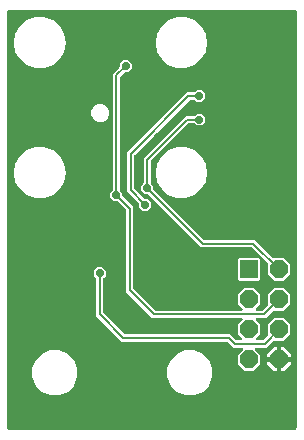
<source format=gbr>
G04 EAGLE Gerber RS-274X export*
G75*
%MOMM*%
%FSLAX34Y34*%
%LPD*%
%INBottom Copper*%
%IPPOS*%
%AMOC8*
5,1,8,0,0,1.08239X$1,22.5*%
G01*
%ADD10R,1.524000X1.524000*%
%ADD11P,1.649562X8X292.500000*%
%ADD12P,0.654629X8X22.500000*%
%ADD13C,0.203200*%

G36*
X246502Y2549D02*
X246502Y2549D01*
X246560Y2547D01*
X246642Y2569D01*
X246726Y2581D01*
X246779Y2604D01*
X246835Y2619D01*
X246908Y2662D01*
X246985Y2697D01*
X247030Y2735D01*
X247080Y2764D01*
X247138Y2826D01*
X247202Y2880D01*
X247234Y2929D01*
X247274Y2972D01*
X247313Y3047D01*
X247360Y3117D01*
X247377Y3173D01*
X247404Y3225D01*
X247415Y3293D01*
X247445Y3388D01*
X247448Y3488D01*
X247459Y3556D01*
X247459Y356444D01*
X247451Y356502D01*
X247453Y356560D01*
X247431Y356642D01*
X247419Y356726D01*
X247396Y356779D01*
X247381Y356835D01*
X247338Y356908D01*
X247303Y356985D01*
X247265Y357030D01*
X247236Y357080D01*
X247174Y357138D01*
X247120Y357202D01*
X247071Y357234D01*
X247028Y357274D01*
X246953Y357313D01*
X246883Y357360D01*
X246827Y357377D01*
X246775Y357404D01*
X246707Y357415D01*
X246612Y357445D01*
X246512Y357448D01*
X246444Y357459D01*
X3556Y357459D01*
X3498Y357451D01*
X3440Y357453D01*
X3358Y357431D01*
X3274Y357419D01*
X3221Y357396D01*
X3165Y357381D01*
X3092Y357338D01*
X3015Y357303D01*
X2970Y357265D01*
X2920Y357236D01*
X2862Y357174D01*
X2798Y357120D01*
X2766Y357071D01*
X2726Y357028D01*
X2687Y356953D01*
X2640Y356883D01*
X2623Y356827D01*
X2596Y356775D01*
X2585Y356707D01*
X2555Y356612D01*
X2552Y356512D01*
X2541Y356444D01*
X2541Y3556D01*
X2549Y3498D01*
X2547Y3440D01*
X2569Y3358D01*
X2581Y3274D01*
X2604Y3221D01*
X2619Y3165D01*
X2662Y3092D01*
X2697Y3015D01*
X2735Y2970D01*
X2764Y2920D01*
X2826Y2862D01*
X2880Y2798D01*
X2929Y2766D01*
X2972Y2726D01*
X3047Y2687D01*
X3117Y2640D01*
X3173Y2623D01*
X3225Y2596D01*
X3293Y2585D01*
X3388Y2555D01*
X3488Y2552D01*
X3556Y2541D01*
X246444Y2541D01*
X246502Y2549D01*
G37*
%LPC*%
G36*
X203302Y52247D02*
X203302Y52247D01*
X197647Y57902D01*
X197647Y65898D01*
X201967Y70218D01*
X201985Y70242D01*
X202007Y70261D01*
X202070Y70355D01*
X202138Y70445D01*
X202148Y70473D01*
X202165Y70497D01*
X202199Y70605D01*
X202239Y70711D01*
X202242Y70740D01*
X202251Y70768D01*
X202253Y70882D01*
X202263Y70994D01*
X202257Y71023D01*
X202258Y71052D01*
X202229Y71162D01*
X202207Y71273D01*
X202193Y71299D01*
X202186Y71327D01*
X202128Y71425D01*
X202076Y71525D01*
X202056Y71547D01*
X202041Y71572D01*
X201958Y71649D01*
X201880Y71731D01*
X201855Y71746D01*
X201833Y71766D01*
X201733Y71818D01*
X201635Y71875D01*
X201606Y71882D01*
X201580Y71896D01*
X201503Y71909D01*
X201359Y71945D01*
X201297Y71943D01*
X201249Y71951D01*
X193737Y71951D01*
X191654Y74034D01*
X191654Y74035D01*
X189035Y76654D01*
X188965Y76706D01*
X188901Y76766D01*
X188851Y76792D01*
X188807Y76825D01*
X188726Y76856D01*
X188648Y76896D01*
X188600Y76904D01*
X188542Y76926D01*
X188394Y76938D01*
X188317Y76951D01*
X99710Y76951D01*
X77901Y98760D01*
X77901Y130477D01*
X77893Y130533D01*
X77895Y130579D01*
X77888Y130605D01*
X77886Y130651D01*
X77869Y130704D01*
X77861Y130758D01*
X77828Y130832D01*
X77823Y130854D01*
X77818Y130861D01*
X77799Y130921D01*
X77771Y130961D01*
X77745Y131018D01*
X77678Y131097D01*
X77678Y131098D01*
X77676Y131099D01*
X77649Y131131D01*
X77604Y131195D01*
X75893Y132905D01*
X75893Y137095D01*
X78855Y140057D01*
X83045Y140057D01*
X86007Y137095D01*
X86007Y132905D01*
X84296Y131195D01*
X84244Y131125D01*
X84184Y131061D01*
X84158Y131012D01*
X84125Y130968D01*
X84102Y130906D01*
X84098Y130901D01*
X84093Y130884D01*
X84054Y130808D01*
X84046Y130760D01*
X84024Y130702D01*
X84020Y130653D01*
X84013Y130630D01*
X84011Y130548D01*
X83999Y130477D01*
X83999Y101706D01*
X84011Y101619D01*
X84014Y101532D01*
X84031Y101479D01*
X84039Y101424D01*
X84074Y101345D01*
X84101Y101261D01*
X84129Y101222D01*
X84155Y101165D01*
X84251Y101052D01*
X84296Y100988D01*
X101938Y83346D01*
X102008Y83294D01*
X102072Y83234D01*
X102121Y83208D01*
X102165Y83175D01*
X102247Y83144D01*
X102325Y83104D01*
X102372Y83096D01*
X102431Y83074D01*
X102579Y83062D01*
X102656Y83049D01*
X191263Y83049D01*
X195965Y78346D01*
X196035Y78294D01*
X196099Y78234D01*
X196148Y78208D01*
X196193Y78175D01*
X196274Y78144D01*
X196352Y78104D01*
X196400Y78096D01*
X196458Y78074D01*
X196606Y78062D01*
X196683Y78049D01*
X200449Y78049D01*
X200478Y78053D01*
X200508Y78050D01*
X200619Y78073D01*
X200731Y78089D01*
X200757Y78101D01*
X200786Y78106D01*
X200887Y78158D01*
X200990Y78205D01*
X201013Y78224D01*
X201039Y78237D01*
X201121Y78315D01*
X201207Y78388D01*
X201223Y78413D01*
X201245Y78433D01*
X201302Y78531D01*
X201365Y78625D01*
X201374Y78653D01*
X201388Y78678D01*
X201416Y78788D01*
X201451Y78896D01*
X201451Y78926D01*
X201458Y78954D01*
X201455Y79067D01*
X201458Y79180D01*
X201450Y79209D01*
X201449Y79238D01*
X201415Y79346D01*
X201386Y79455D01*
X201371Y79481D01*
X201362Y79509D01*
X201316Y79572D01*
X201241Y79700D01*
X201195Y79743D01*
X201167Y79782D01*
X197647Y83302D01*
X197647Y91298D01*
X201567Y95218D01*
X201585Y95242D01*
X201607Y95261D01*
X201670Y95355D01*
X201738Y95445D01*
X201748Y95473D01*
X201765Y95497D01*
X201799Y95605D01*
X201839Y95711D01*
X201842Y95740D01*
X201851Y95768D01*
X201853Y95882D01*
X201863Y95994D01*
X201857Y96023D01*
X201858Y96052D01*
X201829Y96162D01*
X201807Y96273D01*
X201793Y96299D01*
X201786Y96327D01*
X201728Y96425D01*
X201676Y96525D01*
X201656Y96547D01*
X201641Y96572D01*
X201558Y96649D01*
X201480Y96731D01*
X201455Y96746D01*
X201433Y96766D01*
X201333Y96818D01*
X201235Y96875D01*
X201206Y96882D01*
X201180Y96896D01*
X201103Y96909D01*
X200959Y96945D01*
X200897Y96943D01*
X200849Y96951D01*
X125417Y96951D01*
X103301Y119067D01*
X103301Y187967D01*
X103289Y188053D01*
X103286Y188141D01*
X103269Y188193D01*
X103261Y188248D01*
X103226Y188328D01*
X103199Y188411D01*
X103171Y188450D01*
X103145Y188508D01*
X103049Y188621D01*
X103004Y188685D01*
X96043Y195646D01*
X95973Y195698D01*
X95909Y195758D01*
X95859Y195784D01*
X95815Y195817D01*
X95734Y195848D01*
X95656Y195888D01*
X95608Y195896D01*
X95550Y195918D01*
X95402Y195930D01*
X95325Y195943D01*
X92905Y195943D01*
X89943Y198905D01*
X89943Y203095D01*
X91654Y204805D01*
X91706Y204875D01*
X91766Y204939D01*
X91792Y204988D01*
X91825Y205032D01*
X91856Y205114D01*
X91896Y205192D01*
X91904Y205240D01*
X91926Y205298D01*
X91936Y205419D01*
X91937Y205423D01*
X91938Y205438D01*
X91938Y205446D01*
X91951Y205523D01*
X91951Y303563D01*
X97346Y308957D01*
X97398Y309027D01*
X97458Y309091D01*
X97484Y309141D01*
X97517Y309185D01*
X97548Y309266D01*
X97588Y309344D01*
X97596Y309392D01*
X97618Y309450D01*
X97630Y309598D01*
X97643Y309675D01*
X97643Y312095D01*
X100605Y315057D01*
X104795Y315057D01*
X107757Y312095D01*
X107757Y307905D01*
X104795Y304943D01*
X102375Y304943D01*
X102289Y304931D01*
X102201Y304928D01*
X102149Y304911D01*
X102094Y304903D01*
X102014Y304868D01*
X101931Y304841D01*
X101892Y304813D01*
X101834Y304787D01*
X101721Y304691D01*
X101657Y304646D01*
X98346Y301335D01*
X98294Y301265D01*
X98234Y301201D01*
X98208Y301151D01*
X98175Y301107D01*
X98144Y301026D01*
X98104Y300948D01*
X98096Y300900D01*
X98074Y300842D01*
X98062Y300694D01*
X98049Y300617D01*
X98049Y205523D01*
X98055Y205476D01*
X98055Y205474D01*
X98056Y205473D01*
X98061Y205436D01*
X98064Y205349D01*
X98081Y205296D01*
X98089Y205242D01*
X98124Y205162D01*
X98151Y205079D01*
X98179Y205039D01*
X98205Y204982D01*
X98301Y204869D01*
X98346Y204805D01*
X100057Y203095D01*
X100057Y200675D01*
X100069Y200589D01*
X100072Y200501D01*
X100089Y200449D01*
X100097Y200394D01*
X100132Y200314D01*
X100159Y200231D01*
X100187Y200192D01*
X100213Y200134D01*
X100309Y200021D01*
X100354Y199957D01*
X109399Y190913D01*
X109399Y122014D01*
X109411Y121927D01*
X109414Y121840D01*
X109431Y121787D01*
X109439Y121732D01*
X109474Y121652D01*
X109501Y121569D01*
X109529Y121530D01*
X109555Y121473D01*
X109651Y121359D01*
X109696Y121296D01*
X127646Y103346D01*
X127716Y103294D01*
X127779Y103234D01*
X127829Y103208D01*
X127873Y103175D01*
X127955Y103144D01*
X128033Y103104D01*
X128080Y103096D01*
X128139Y103074D01*
X128286Y103062D01*
X128364Y103049D01*
X200849Y103049D01*
X200878Y103053D01*
X200908Y103050D01*
X201019Y103073D01*
X201131Y103089D01*
X201157Y103101D01*
X201186Y103106D01*
X201287Y103158D01*
X201390Y103205D01*
X201413Y103224D01*
X201439Y103237D01*
X201521Y103315D01*
X201607Y103388D01*
X201623Y103413D01*
X201645Y103433D01*
X201702Y103531D01*
X201765Y103625D01*
X201774Y103653D01*
X201788Y103678D01*
X201816Y103788D01*
X201851Y103896D01*
X201851Y103926D01*
X201858Y103954D01*
X201855Y104067D01*
X201858Y104180D01*
X201850Y104209D01*
X201849Y104238D01*
X201815Y104346D01*
X201786Y104455D01*
X201771Y104481D01*
X201762Y104509D01*
X201716Y104572D01*
X201641Y104700D01*
X201639Y104701D01*
X201639Y104702D01*
X201595Y104743D01*
X201567Y104782D01*
X197647Y108702D01*
X197647Y116698D01*
X203302Y122353D01*
X211298Y122353D01*
X216953Y116698D01*
X216953Y108702D01*
X213033Y104782D01*
X213016Y104759D01*
X212995Y104741D01*
X212994Y104741D01*
X212993Y104739D01*
X212930Y104645D01*
X212862Y104555D01*
X212852Y104527D01*
X212835Y104503D01*
X212801Y104395D01*
X212761Y104289D01*
X212758Y104260D01*
X212749Y104232D01*
X212747Y104118D01*
X212737Y104006D01*
X212743Y103977D01*
X212742Y103948D01*
X212771Y103838D01*
X212793Y103727D01*
X212807Y103701D01*
X212814Y103673D01*
X212872Y103575D01*
X212924Y103475D01*
X212944Y103453D01*
X212959Y103428D01*
X213042Y103351D01*
X213120Y103269D01*
X213145Y103254D01*
X213167Y103234D01*
X213267Y103182D01*
X213365Y103125D01*
X213394Y103118D01*
X213420Y103104D01*
X213497Y103091D01*
X213641Y103055D01*
X213703Y103057D01*
X213751Y103049D01*
X218317Y103049D01*
X218403Y103061D01*
X218491Y103064D01*
X218543Y103081D01*
X218598Y103089D01*
X218678Y103124D01*
X218761Y103151D01*
X218800Y103179D01*
X218858Y103205D01*
X218971Y103301D01*
X219035Y103346D01*
X223001Y107312D01*
X223036Y107359D01*
X223078Y107399D01*
X223121Y107472D01*
X223172Y107540D01*
X223193Y107594D01*
X223222Y107645D01*
X223243Y107726D01*
X223273Y107805D01*
X223278Y107863D01*
X223292Y107920D01*
X223290Y108005D01*
X223297Y108089D01*
X223285Y108146D01*
X223283Y108204D01*
X223257Y108285D01*
X223241Y108367D01*
X223214Y108419D01*
X223196Y108475D01*
X223156Y108531D01*
X223110Y108620D01*
X223047Y108685D01*
X223047Y116698D01*
X228702Y122353D01*
X236698Y122353D01*
X242353Y116698D01*
X242353Y108702D01*
X236698Y103047D01*
X228691Y103047D01*
X228661Y103078D01*
X228588Y103121D01*
X228521Y103172D01*
X228466Y103193D01*
X228416Y103222D01*
X228334Y103243D01*
X228255Y103273D01*
X228197Y103278D01*
X228140Y103292D01*
X228056Y103290D01*
X227972Y103297D01*
X227915Y103285D01*
X227856Y103283D01*
X227776Y103257D01*
X227693Y103241D01*
X227641Y103214D01*
X227586Y103196D01*
X227530Y103156D01*
X227441Y103110D01*
X227369Y103041D01*
X227312Y103001D01*
X223346Y99035D01*
X223346Y99034D01*
X221263Y96951D01*
X213751Y96951D01*
X213722Y96947D01*
X213692Y96950D01*
X213581Y96927D01*
X213469Y96911D01*
X213443Y96899D01*
X213414Y96894D01*
X213313Y96842D01*
X213210Y96795D01*
X213187Y96776D01*
X213161Y96763D01*
X213079Y96685D01*
X212993Y96612D01*
X212977Y96587D01*
X212955Y96567D01*
X212898Y96469D01*
X212835Y96375D01*
X212826Y96347D01*
X212812Y96322D01*
X212784Y96212D01*
X212749Y96104D01*
X212749Y96074D01*
X212742Y96046D01*
X212745Y95933D01*
X212742Y95820D01*
X212750Y95791D01*
X212751Y95762D01*
X212785Y95654D01*
X212814Y95545D01*
X212829Y95519D01*
X212838Y95491D01*
X212884Y95428D01*
X212959Y95300D01*
X213005Y95257D01*
X213033Y95218D01*
X216953Y91298D01*
X216953Y83302D01*
X213433Y79782D01*
X213415Y79758D01*
X213393Y79739D01*
X213330Y79645D01*
X213262Y79555D01*
X213252Y79527D01*
X213235Y79503D01*
X213201Y79395D01*
X213161Y79289D01*
X213158Y79260D01*
X213149Y79232D01*
X213147Y79118D01*
X213137Y79006D01*
X213143Y78977D01*
X213142Y78948D01*
X213171Y78838D01*
X213193Y78727D01*
X213207Y78701D01*
X213214Y78673D01*
X213272Y78575D01*
X213324Y78475D01*
X213344Y78453D01*
X213359Y78428D01*
X213442Y78351D01*
X213520Y78269D01*
X213545Y78254D01*
X213567Y78234D01*
X213667Y78182D01*
X213765Y78125D01*
X213794Y78118D01*
X213820Y78104D01*
X213897Y78091D01*
X214041Y78055D01*
X214103Y78057D01*
X214151Y78049D01*
X218717Y78049D01*
X218803Y78061D01*
X218891Y78064D01*
X218943Y78081D01*
X218998Y78089D01*
X219078Y78124D01*
X219161Y78151D01*
X219200Y78179D01*
X219258Y78205D01*
X219371Y78301D01*
X219435Y78346D01*
X223001Y81912D01*
X223036Y81959D01*
X223078Y81999D01*
X223121Y82072D01*
X223172Y82140D01*
X223193Y82194D01*
X223222Y82245D01*
X223243Y82326D01*
X223273Y82405D01*
X223278Y82463D01*
X223292Y82520D01*
X223290Y82605D01*
X223297Y82689D01*
X223285Y82746D01*
X223283Y82804D01*
X223257Y82885D01*
X223241Y82967D01*
X223214Y83019D01*
X223196Y83075D01*
X223156Y83131D01*
X223110Y83220D01*
X223047Y83285D01*
X223047Y91298D01*
X228702Y96953D01*
X236698Y96953D01*
X242353Y91298D01*
X242353Y83302D01*
X236698Y77647D01*
X228691Y77647D01*
X228661Y77678D01*
X228588Y77721D01*
X228521Y77772D01*
X228466Y77793D01*
X228416Y77822D01*
X228334Y77843D01*
X228255Y77873D01*
X228197Y77878D01*
X228140Y77892D01*
X228056Y77890D01*
X227972Y77897D01*
X227915Y77885D01*
X227856Y77883D01*
X227776Y77857D01*
X227693Y77841D01*
X227641Y77814D01*
X227586Y77796D01*
X227530Y77756D01*
X227441Y77710D01*
X227369Y77641D01*
X227312Y77601D01*
X221663Y71951D01*
X213351Y71951D01*
X213322Y71947D01*
X213292Y71950D01*
X213181Y71927D01*
X213069Y71911D01*
X213043Y71899D01*
X213014Y71894D01*
X212913Y71842D01*
X212810Y71795D01*
X212787Y71776D01*
X212761Y71763D01*
X212679Y71685D01*
X212593Y71612D01*
X212577Y71587D01*
X212555Y71567D01*
X212498Y71469D01*
X212435Y71375D01*
X212426Y71347D01*
X212412Y71322D01*
X212384Y71212D01*
X212349Y71104D01*
X212349Y71074D01*
X212342Y71046D01*
X212345Y70933D01*
X212342Y70820D01*
X212350Y70791D01*
X212351Y70762D01*
X212385Y70654D01*
X212414Y70545D01*
X212429Y70519D01*
X212438Y70491D01*
X212484Y70428D01*
X212559Y70300D01*
X212605Y70257D01*
X212633Y70218D01*
X216953Y65898D01*
X216953Y57902D01*
X211298Y52247D01*
X203302Y52247D01*
G37*
%LPD*%
%LPC*%
G36*
X228702Y128447D02*
X228702Y128447D01*
X223047Y134102D01*
X223047Y142109D01*
X223078Y142139D01*
X223121Y142212D01*
X223172Y142279D01*
X223193Y142334D01*
X223222Y142384D01*
X223243Y142466D01*
X223273Y142545D01*
X223278Y142603D01*
X223292Y142660D01*
X223290Y142744D01*
X223297Y142828D01*
X223285Y142885D01*
X223283Y142944D01*
X223257Y143024D01*
X223241Y143107D01*
X223214Y143159D01*
X223196Y143214D01*
X223156Y143270D01*
X223110Y143359D01*
X223041Y143431D01*
X223001Y143488D01*
X209835Y156654D01*
X209765Y156706D01*
X209701Y156766D01*
X209651Y156792D01*
X209607Y156825D01*
X209526Y156856D01*
X209448Y156896D01*
X209400Y156904D01*
X209342Y156926D01*
X209194Y156938D01*
X209117Y156951D01*
X166737Y156951D01*
X122043Y201646D01*
X121973Y201698D01*
X121909Y201758D01*
X121859Y201784D01*
X121815Y201817D01*
X121734Y201848D01*
X121656Y201888D01*
X121608Y201896D01*
X121550Y201918D01*
X121402Y201930D01*
X121325Y201943D01*
X118905Y201943D01*
X115943Y204905D01*
X115943Y209095D01*
X117654Y210805D01*
X117706Y210875D01*
X117766Y210939D01*
X117792Y210988D01*
X117825Y211032D01*
X117856Y211114D01*
X117896Y211192D01*
X117904Y211240D01*
X117926Y211298D01*
X117938Y211446D01*
X117951Y211523D01*
X117951Y232263D01*
X153737Y268049D01*
X160477Y268049D01*
X160564Y268061D01*
X160651Y268064D01*
X160704Y268081D01*
X160758Y268089D01*
X160838Y268124D01*
X160921Y268151D01*
X160961Y268179D01*
X161018Y268205D01*
X161131Y268301D01*
X161195Y268346D01*
X162905Y270057D01*
X167095Y270057D01*
X170057Y267095D01*
X170057Y262905D01*
X167095Y259943D01*
X162905Y259943D01*
X161195Y261654D01*
X161125Y261706D01*
X161061Y261766D01*
X161012Y261792D01*
X160968Y261825D01*
X160886Y261856D01*
X160808Y261896D01*
X160760Y261904D01*
X160702Y261926D01*
X160554Y261938D01*
X160477Y261951D01*
X156683Y261951D01*
X156597Y261939D01*
X156509Y261936D01*
X156457Y261919D01*
X156402Y261911D01*
X156322Y261876D01*
X156239Y261849D01*
X156200Y261821D01*
X156142Y261795D01*
X156029Y261699D01*
X155965Y261654D01*
X124346Y230035D01*
X124294Y229965D01*
X124234Y229901D01*
X124208Y229851D01*
X124175Y229807D01*
X124144Y229726D01*
X124104Y229648D01*
X124096Y229600D01*
X124074Y229542D01*
X124062Y229394D01*
X124049Y229317D01*
X124049Y211523D01*
X124061Y211436D01*
X124064Y211349D01*
X124081Y211296D01*
X124089Y211242D01*
X124124Y211162D01*
X124151Y211079D01*
X124179Y211039D01*
X124205Y210982D01*
X124301Y210869D01*
X124346Y210805D01*
X126057Y209095D01*
X126057Y206675D01*
X126069Y206589D01*
X126072Y206501D01*
X126089Y206449D01*
X126097Y206394D01*
X126132Y206314D01*
X126159Y206231D01*
X126187Y206192D01*
X126213Y206134D01*
X126309Y206021D01*
X126354Y205957D01*
X168965Y163346D01*
X169035Y163294D01*
X169099Y163234D01*
X169149Y163208D01*
X169193Y163175D01*
X169274Y163144D01*
X169352Y163104D01*
X169400Y163096D01*
X169458Y163074D01*
X169606Y163062D01*
X169683Y163049D01*
X212063Y163049D01*
X214146Y160966D01*
X214146Y160965D01*
X227312Y147799D01*
X227359Y147764D01*
X227399Y147722D01*
X227472Y147679D01*
X227540Y147628D01*
X227594Y147607D01*
X227645Y147578D01*
X227726Y147557D01*
X227805Y147527D01*
X227863Y147522D01*
X227920Y147508D01*
X228005Y147510D01*
X228089Y147503D01*
X228146Y147515D01*
X228204Y147517D01*
X228285Y147543D01*
X228367Y147559D01*
X228419Y147586D01*
X228475Y147604D01*
X228531Y147644D01*
X228620Y147690D01*
X228685Y147753D01*
X236698Y147753D01*
X242353Y142098D01*
X242353Y134102D01*
X236698Y128447D01*
X228702Y128447D01*
G37*
%LPD*%
%LPC*%
G36*
X146193Y308409D02*
X146193Y308409D01*
X139038Y311013D01*
X133205Y315908D01*
X129398Y322502D01*
X128076Y330000D01*
X129398Y337498D01*
X133205Y344092D01*
X139038Y348987D01*
X146193Y351591D01*
X153807Y351591D01*
X160962Y348987D01*
X166795Y344092D01*
X170602Y337498D01*
X171924Y330000D01*
X170602Y322502D01*
X166795Y315908D01*
X160962Y311013D01*
X153807Y308409D01*
X146193Y308409D01*
G37*
%LPD*%
%LPC*%
G36*
X146193Y198409D02*
X146193Y198409D01*
X139038Y201013D01*
X133205Y205908D01*
X129398Y212502D01*
X128076Y220000D01*
X129398Y227498D01*
X133205Y234092D01*
X139038Y238987D01*
X146193Y241591D01*
X153807Y241591D01*
X160962Y238987D01*
X166795Y234092D01*
X170602Y227498D01*
X171924Y220000D01*
X170602Y212502D01*
X166795Y205908D01*
X160962Y201013D01*
X153807Y198409D01*
X146193Y198409D01*
G37*
%LPD*%
%LPC*%
G36*
X26193Y308409D02*
X26193Y308409D01*
X19038Y311013D01*
X13205Y315908D01*
X9398Y322502D01*
X8076Y330000D01*
X9398Y337498D01*
X13205Y344092D01*
X19038Y348987D01*
X26193Y351591D01*
X33807Y351591D01*
X40962Y348987D01*
X46795Y344092D01*
X50602Y337498D01*
X51924Y330000D01*
X50602Y322502D01*
X46795Y315908D01*
X40962Y311013D01*
X33807Y308409D01*
X26193Y308409D01*
G37*
%LPD*%
%LPC*%
G36*
X26193Y198409D02*
X26193Y198409D01*
X19038Y201013D01*
X13205Y205908D01*
X9398Y212502D01*
X8076Y220000D01*
X9398Y227498D01*
X13205Y234092D01*
X19038Y238987D01*
X26193Y241591D01*
X33807Y241591D01*
X40962Y238987D01*
X46795Y234092D01*
X50602Y227498D01*
X51924Y220000D01*
X50602Y212502D01*
X46795Y205908D01*
X40962Y201013D01*
X33807Y198409D01*
X26193Y198409D01*
G37*
%LPD*%
%LPC*%
G36*
X153363Y31459D02*
X153363Y31459D01*
X146364Y34358D01*
X141008Y39714D01*
X138109Y46713D01*
X138109Y54287D01*
X141008Y61286D01*
X146364Y66642D01*
X153363Y69541D01*
X160937Y69541D01*
X167936Y66642D01*
X173292Y61286D01*
X176191Y54287D01*
X176191Y46713D01*
X173292Y39714D01*
X167936Y34358D01*
X160937Y31459D01*
X153363Y31459D01*
G37*
%LPD*%
%LPC*%
G36*
X39063Y31459D02*
X39063Y31459D01*
X32064Y34358D01*
X26708Y39714D01*
X23809Y46713D01*
X23809Y54287D01*
X26708Y61286D01*
X32064Y66642D01*
X39063Y69541D01*
X46637Y69541D01*
X53636Y66642D01*
X58992Y61286D01*
X61891Y54287D01*
X61891Y46713D01*
X58992Y39714D01*
X53636Y34358D01*
X46637Y31459D01*
X39063Y31459D01*
G37*
%LPD*%
%LPC*%
G36*
X116955Y187893D02*
X116955Y187893D01*
X113993Y190855D01*
X113993Y193275D01*
X113981Y193361D01*
X113978Y193449D01*
X113961Y193501D01*
X113953Y193556D01*
X113918Y193636D01*
X113891Y193719D01*
X113863Y193758D01*
X113837Y193816D01*
X113741Y193929D01*
X113696Y193993D01*
X103951Y203737D01*
X103951Y237263D01*
X154737Y288049D01*
X160477Y288049D01*
X160564Y288061D01*
X160651Y288064D01*
X160704Y288081D01*
X160758Y288089D01*
X160838Y288124D01*
X160921Y288151D01*
X160961Y288179D01*
X161018Y288205D01*
X161131Y288301D01*
X161195Y288346D01*
X162905Y290057D01*
X167095Y290057D01*
X170057Y287095D01*
X170057Y282905D01*
X167095Y279943D01*
X162905Y279943D01*
X161195Y281654D01*
X161125Y281706D01*
X161061Y281766D01*
X161012Y281792D01*
X160968Y281825D01*
X160886Y281856D01*
X160808Y281896D01*
X160760Y281904D01*
X160702Y281926D01*
X160554Y281938D01*
X160477Y281951D01*
X157683Y281951D01*
X157597Y281939D01*
X157509Y281936D01*
X157457Y281919D01*
X157402Y281911D01*
X157322Y281876D01*
X157239Y281849D01*
X157200Y281821D01*
X157142Y281795D01*
X157029Y281699D01*
X156965Y281654D01*
X110346Y235035D01*
X110294Y234965D01*
X110234Y234901D01*
X110208Y234851D01*
X110175Y234807D01*
X110144Y234726D01*
X110104Y234648D01*
X110096Y234600D01*
X110074Y234542D01*
X110062Y234394D01*
X110049Y234317D01*
X110049Y206683D01*
X110061Y206597D01*
X110064Y206509D01*
X110081Y206457D01*
X110089Y206402D01*
X110124Y206322D01*
X110151Y206239D01*
X110179Y206200D01*
X110205Y206142D01*
X110301Y206029D01*
X110346Y205965D01*
X118007Y198304D01*
X118077Y198252D01*
X118141Y198192D01*
X118191Y198166D01*
X118235Y198133D01*
X118316Y198102D01*
X118394Y198062D01*
X118442Y198054D01*
X118500Y198032D01*
X118648Y198020D01*
X118725Y198007D01*
X121145Y198007D01*
X124107Y195045D01*
X124107Y190855D01*
X121145Y187893D01*
X116955Y187893D01*
G37*
%LPD*%
%LPC*%
G36*
X198838Y128447D02*
X198838Y128447D01*
X197647Y129638D01*
X197647Y146562D01*
X198838Y147753D01*
X215762Y147753D01*
X216953Y146562D01*
X216953Y129638D01*
X215762Y128447D01*
X198838Y128447D01*
G37*
%LPD*%
%LPC*%
G36*
X79900Y262959D02*
X79900Y262959D01*
X77128Y264107D01*
X75007Y266228D01*
X73859Y269000D01*
X73859Y272000D01*
X75007Y274772D01*
X77128Y276893D01*
X79900Y278041D01*
X82900Y278041D01*
X85672Y276893D01*
X87793Y274772D01*
X88941Y272000D01*
X88941Y269000D01*
X87793Y266228D01*
X85672Y264107D01*
X82900Y262959D01*
X79900Y262959D01*
G37*
%LPD*%
%LPC*%
G36*
X234731Y63931D02*
X234731Y63931D01*
X234731Y72061D01*
X236909Y72061D01*
X242861Y66109D01*
X242861Y63931D01*
X234731Y63931D01*
G37*
%LPD*%
%LPC*%
G36*
X222539Y63931D02*
X222539Y63931D01*
X222539Y66109D01*
X228491Y72061D01*
X230669Y72061D01*
X230669Y63931D01*
X222539Y63931D01*
G37*
%LPD*%
%LPC*%
G36*
X234731Y51739D02*
X234731Y51739D01*
X234731Y59869D01*
X242861Y59869D01*
X242861Y57691D01*
X236909Y51739D01*
X234731Y51739D01*
G37*
%LPD*%
%LPC*%
G36*
X228491Y51739D02*
X228491Y51739D01*
X222539Y57691D01*
X222539Y59869D01*
X230669Y59869D01*
X230669Y51739D01*
X228491Y51739D01*
G37*
%LPD*%
%LPC*%
G36*
X232699Y61899D02*
X232699Y61899D01*
X232699Y61901D01*
X232701Y61901D01*
X232701Y61899D01*
X232699Y61899D01*
G37*
%LPD*%
D10*
X207300Y138100D03*
D11*
X232700Y138100D03*
X207300Y112700D03*
X232700Y112700D03*
X207300Y87300D03*
X232700Y87300D03*
X207300Y61900D03*
X232700Y61900D03*
D12*
X130000Y290000D03*
X84000Y259000D03*
X84000Y282000D03*
X80000Y300000D03*
X112750Y187000D03*
X125250Y187000D03*
X83750Y240000D03*
X200000Y170000D03*
X93250Y187000D03*
X87250Y144000D03*
X74500Y144000D03*
X55500Y143000D03*
X55500Y187000D03*
X100000Y144000D03*
X112750Y144000D03*
X125500Y144000D03*
X150000Y190000D03*
X68000Y248000D03*
X187000Y295000D03*
X153000Y144000D03*
X10000Y40000D03*
X190000Y40000D03*
X101750Y240000D03*
X165000Y275000D03*
X74500Y187000D03*
X114000Y224000D03*
X130000Y250000D03*
X142000Y261000D03*
X158000Y258000D03*
X171000Y242000D03*
X187000Y242000D03*
X121000Y207000D03*
D13*
X121000Y231000D01*
D12*
X165000Y265000D03*
D13*
X155000Y265000D02*
X121000Y231000D01*
X155000Y265000D02*
X165000Y265000D01*
X210800Y160000D02*
X232700Y138100D01*
X210800Y160000D02*
X168000Y160000D01*
X121000Y207000D01*
D12*
X119050Y192950D03*
X165000Y285000D03*
D13*
X156000Y285000D01*
X107000Y236000D01*
X107000Y205000D01*
X119050Y192950D01*
D12*
X95000Y201000D03*
X102700Y310000D03*
D13*
X95000Y302300D02*
X95000Y201000D01*
X95000Y302300D02*
X102700Y310000D01*
X232700Y112700D02*
X220000Y100000D01*
X126680Y100000D01*
X106350Y120330D01*
X106350Y189650D01*
X95000Y201000D01*
D12*
X80950Y135000D03*
D13*
X80950Y100023D01*
X100973Y80000D01*
X190000Y80000D01*
X195000Y75000D01*
X220400Y75000D01*
X232700Y87300D01*
M02*

</source>
